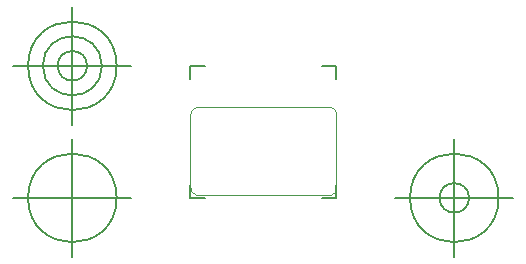
<source format=gbr>
G04 Generated by Ultiboard 11.0 *
%FSLAX25Y25*%
%MOIN*%

%ADD10C,0.00005*%
%ADD11C,0.00500*%


G04 ColorRGB FFFF00 for the following layer *
%LNSilkscreen Top*%
%LPD*%
%FSLAX25Y25*%
%MOIN*%
G54D10*
X22790Y-12675D02*
X23181Y-12644D01*
X23181Y-12644D02*
X23563Y-12553D01*
X23563Y-12553D02*
X23925Y-12403D01*
X23925Y-12403D02*
X24259Y-12198D01*
X24259Y-12198D02*
X24558Y-11943D01*
X24558Y-11943D02*
X24813Y-11644D01*
X24813Y-11644D02*
X25018Y-11310D01*
X25018Y-11310D02*
X25168Y-10948D01*
X25168Y-10948D02*
X25259Y-10566D01*
X25259Y-10566D02*
X25290Y-10175D01*
X25290Y-10175D02*
X25290Y14175D01*
X25290Y14175D02*
X25259Y14566D01*
X25259Y14566D02*
X25168Y14948D01*
X25168Y14948D02*
X25018Y15310D01*
X25018Y15310D02*
X24813Y15644D01*
X24813Y15644D02*
X24558Y15943D01*
X24558Y15943D02*
X24259Y16198D01*
X24259Y16198D02*
X23925Y16403D01*
X23925Y16403D02*
X23563Y16553D01*
X23563Y16553D02*
X23181Y16644D01*
X23181Y16644D02*
X22790Y16675D01*
X22790Y16675D02*
X-20790Y16675D01*
X-20790Y16675D02*
X-21181Y16644D01*
X-21181Y16644D02*
X-21563Y16553D01*
X-21563Y16553D02*
X-21925Y16403D01*
X-21925Y16403D02*
X-22259Y16198D01*
X-22259Y16198D02*
X-22558Y15943D01*
X-22558Y15943D02*
X-22813Y15644D01*
X-22813Y15644D02*
X-23018Y15310D01*
X-23018Y15310D02*
X-23168Y14948D01*
X-23168Y14948D02*
X-23259Y14566D01*
X-23259Y14566D02*
X-23290Y14175D01*
X-23290Y14175D02*
X-23290Y-10175D01*
X-23290Y-10175D02*
X-23259Y-10566D01*
X-23259Y-10566D02*
X-23168Y-10948D01*
X-23168Y-10948D02*
X-23018Y-11310D01*
X-23018Y-11310D02*
X-22813Y-11644D01*
X-22813Y-11644D02*
X-22558Y-11943D01*
X-22558Y-11943D02*
X-22259Y-12198D01*
X-22259Y-12198D02*
X-21925Y-12403D01*
X-21925Y-12403D02*
X-21563Y-12553D01*
X-21563Y-12553D02*
X-21181Y-12644D01*
X-21181Y-12644D02*
X-20790Y-12675D01*
X-20790Y-12675D02*
X22790Y-12675D01*
G54D11*
X-23292Y-13675D02*
X-23292Y-9272D01*
X-23292Y-13675D02*
X-18434Y-13675D01*
X25293Y-13675D02*
X20434Y-13675D01*
X25293Y-13675D02*
X25293Y-9272D01*
X25293Y30353D02*
X25293Y25950D01*
X25293Y30353D02*
X20434Y30353D01*
X-23292Y30353D02*
X-18434Y30353D01*
X-23292Y30353D02*
X-23292Y25950D01*
X-42978Y-13675D02*
X-82348Y-13675D01*
X-62663Y-33360D02*
X-62663Y6010D01*
X-77426Y-13675D02*
G75*
D01*
G02X-77426Y-13675I14764J0*
G01*
X44978Y-13675D02*
X84348Y-13675D01*
X64663Y-33360D02*
X64663Y6010D01*
X49899Y-13675D02*
G75*
D01*
G02X49899Y-13675I14764J0*
G01*
X59741Y-13675D02*
G75*
D01*
G02X59741Y-13675I4921J0*
G01*
X-42978Y30353D02*
X-82348Y30353D01*
X-62663Y10668D02*
X-62663Y50038D01*
X-77426Y30353D02*
G75*
D01*
G02X-77426Y30353I14764J0*
G01*
X-72505Y30353D02*
G75*
D01*
G02X-72505Y30353I9843J0*
G01*
X-67584Y30353D02*
G75*
D01*
G02X-67584Y30353I4921J0*
G01*

M00*

</source>
